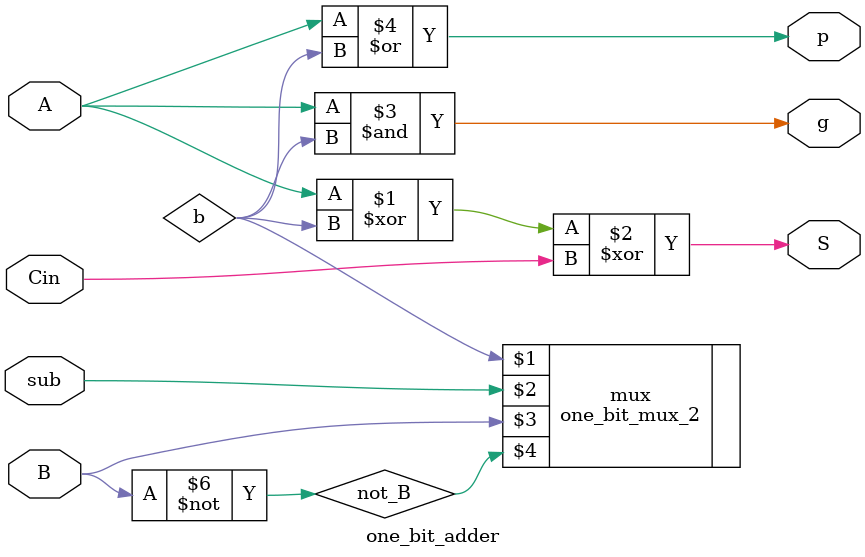
<source format=v>
module one_bit_adder(S, g, p, A, B, Cin, sub);
    input A, B, Cin, sub;
    output S, g, p;

    wire w1;
    wire not_B, b;
    not n(not_B, B);
    one_bit_mux_2 mux(b, sub, B, not_B);

    xor Sresult(S, A, b, Cin);

    and A_and_B(g, A, b);
    or A_or_B(p, A, b);
    and p_and_C(w1, p, Cin);
endmodule
</source>
